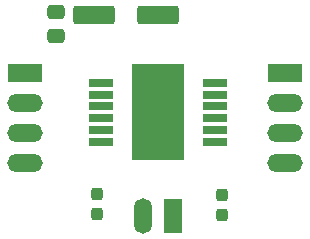
<source format=gts>
G04 #@! TF.GenerationSoftware,KiCad,Pcbnew,6.0.2-378541a8eb~116~ubuntu20.04.1*
G04 #@! TF.CreationDate,2023-01-27T16:40:07+01:00*
G04 #@! TF.ProjectId,BUCKY_MOTOR_DRIVER,4255434b-595f-44d4-9f54-4f525f445249,rev?*
G04 #@! TF.SameCoordinates,Original*
G04 #@! TF.FileFunction,Soldermask,Top*
G04 #@! TF.FilePolarity,Negative*
%FSLAX46Y46*%
G04 Gerber Fmt 4.6, Leading zero omitted, Abs format (unit mm)*
G04 Created by KiCad (PCBNEW 6.0.2-378541a8eb~116~ubuntu20.04.1) date 2023-01-27 16:40:07*
%MOMM*%
%LPD*%
G01*
G04 APERTURE LIST*
G04 Aperture macros list*
%AMRoundRect*
0 Rectangle with rounded corners*
0 $1 Rounding radius*
0 $2 $3 $4 $5 $6 $7 $8 $9 X,Y pos of 4 corners*
0 Add a 4 corners polygon primitive as box body*
4,1,4,$2,$3,$4,$5,$6,$7,$8,$9,$2,$3,0*
0 Add four circle primitives for the rounded corners*
1,1,$1+$1,$2,$3*
1,1,$1+$1,$4,$5*
1,1,$1+$1,$6,$7*
1,1,$1+$1,$8,$9*
0 Add four rect primitives between the rounded corners*
20,1,$1+$1,$2,$3,$4,$5,0*
20,1,$1+$1,$4,$5,$6,$7,0*
20,1,$1+$1,$6,$7,$8,$9,0*
20,1,$1+$1,$8,$9,$2,$3,0*%
G04 Aperture macros list end*
%ADD10RoundRect,0.237500X0.237500X-0.300000X0.237500X0.300000X-0.237500X0.300000X-0.237500X-0.300000X0*%
%ADD11RoundRect,0.250000X-1.500000X-0.550000X1.500000X-0.550000X1.500000X0.550000X-1.500000X0.550000X0*%
%ADD12R,1.500000X3.000000*%
%ADD13O,1.500000X3.000000*%
%ADD14RoundRect,0.250000X-0.475000X0.337500X-0.475000X-0.337500X0.475000X-0.337500X0.475000X0.337500X0*%
%ADD15R,2.000000X0.650000*%
%ADD16R,4.500000X8.100000*%
%ADD17R,3.000000X1.500000*%
%ADD18O,3.000000X1.500000*%
G04 APERTURE END LIST*
D10*
X138900000Y-67962500D03*
X138900000Y-66237500D03*
D11*
X128100000Y-51000000D03*
X133500000Y-51000000D03*
D12*
X134775000Y-68000000D03*
D13*
X132235000Y-68000000D03*
D14*
X124900000Y-50762500D03*
X124900000Y-52837500D03*
D10*
X128300000Y-67862500D03*
X128300000Y-66137500D03*
D15*
X128700000Y-56750000D03*
X128700000Y-57750000D03*
X128700000Y-58750000D03*
X128700000Y-59750000D03*
X128700000Y-60750000D03*
X128700000Y-61750000D03*
X138300000Y-61750000D03*
X138300000Y-60750000D03*
X138300000Y-59750000D03*
X138300000Y-58750000D03*
X138300000Y-57750000D03*
X138300000Y-56750000D03*
D16*
X133500000Y-59250000D03*
D17*
X144275000Y-55950000D03*
D18*
X144275000Y-58490000D03*
X144275000Y-61030000D03*
X144275000Y-63570000D03*
D17*
X122250000Y-55950000D03*
D18*
X122250000Y-58490000D03*
X122250000Y-61030000D03*
X122250000Y-63570000D03*
M02*

</source>
